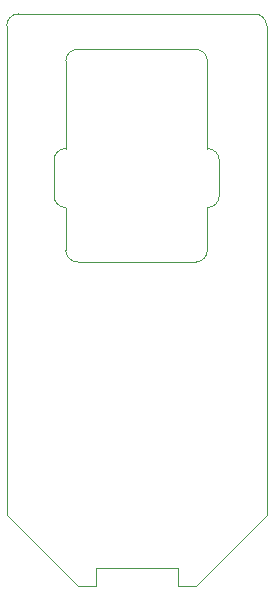
<source format=gbr>
%TF.GenerationSoftware,KiCad,Pcbnew,(5.1.10-1-10_14)*%
%TF.CreationDate,2021-06-13T18:58:13+09:00*%
%TF.ProjectId,tracer,74726163-6572-42e6-9b69-6361645f7063,rev?*%
%TF.SameCoordinates,Original*%
%TF.FileFunction,Profile,NP*%
%FSLAX46Y46*%
G04 Gerber Fmt 4.6, Leading zero omitted, Abs format (unit mm)*
G04 Created by KiCad (PCBNEW (5.1.10-1-10_14)) date 2021-06-13 18:58:13*
%MOMM*%
%LPD*%
G01*
G04 APERTURE LIST*
%TA.AperFunction,Profile*%
%ADD10C,0.025000*%
%TD*%
G04 APERTURE END LIST*
D10*
X-7000000Y36000000D02*
G75*
G02*
X-6000000Y37000000I1000000J0D01*
G01*
X-6000000Y32000000D02*
G75*
G02*
X-7000000Y33000000I0J1000000D01*
G01*
X-5000000Y27400000D02*
G75*
G02*
X-6000000Y28400000I0J1000000D01*
G01*
X6000000Y28400000D02*
G75*
G02*
X5000000Y27400000I-1000000J0D01*
G01*
X7000000Y33000000D02*
G75*
G02*
X6000000Y32000000I-1000000J0D01*
G01*
X6000000Y37000000D02*
G75*
G02*
X7000000Y36000000I0J-1000000D01*
G01*
X5000000Y45400000D02*
G75*
G02*
X6000000Y44400000I0J-1000000D01*
G01*
X-6000000Y44400000D02*
G75*
G02*
X-5000000Y45400000I1000000J0D01*
G01*
X10000000Y48400000D02*
G75*
G02*
X11000000Y47400000I0J-1000000D01*
G01*
X-11000000Y47400000D02*
G75*
G02*
X-10000000Y48400000I1000000J0D01*
G01*
X-6000000Y32000000D02*
X-6000000Y28400000D01*
X6000000Y32000000D02*
X6000000Y28400000D01*
X7000000Y33000000D02*
X7000000Y36000000D01*
X-7000000Y33000000D02*
X-7000000Y36000000D01*
X5000000Y45400000D02*
X-5000000Y45400000D01*
X-6000000Y37000000D02*
X-6000000Y44400000D01*
X6000000Y37000000D02*
X6000000Y44400000D01*
X-5000000Y27400000D02*
X5000000Y27400000D01*
X-3405000Y0D02*
X-5000000Y0D01*
X5000000Y0D02*
X3500000Y0D01*
X-3405000Y1500000D02*
X-3405000Y0D01*
X3500000Y1500000D02*
X3500000Y0D01*
X-3405000Y1500000D02*
X3500000Y1500000D01*
X5000000Y0D02*
X11000000Y6000000D01*
X10000000Y48400000D02*
X-10000000Y48400000D01*
X11000000Y6000000D02*
X11000000Y47400000D01*
X-11000000Y6000000D02*
X-5000000Y0D01*
X-11000000Y47400000D02*
X-11000000Y6000000D01*
M02*

</source>
